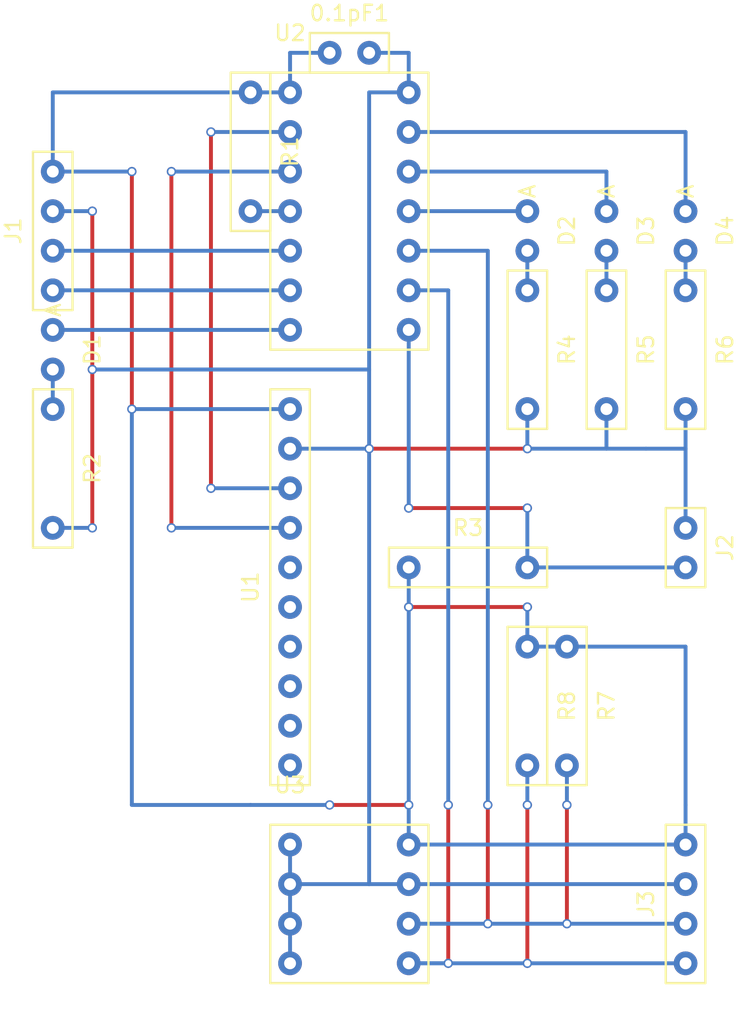
<source format=kicad_pcb>
(kicad_pcb (version 4) (host pcbnew 4.0.7)

  (general
    (links 44)
    (no_connects 0)
    (area 126.025 57.445 173.795 128.075)
    (thickness 1.6)
    (drawings 0)
    (tracks 118)
    (zones 0)
    (modules 19)
    (nets 25)
  )

  (page A4)
  (layers
    (0 F.Cu signal)
    (31 B.Cu signal)
    (32 B.Adhes user)
    (33 F.Adhes user)
    (34 B.Paste user)
    (35 F.Paste user)
    (36 B.SilkS user)
    (37 F.SilkS user)
    (38 B.Mask user)
    (39 F.Mask user)
    (40 Dwgs.User user)
    (41 Cmts.User user)
    (42 Eco1.User user)
    (43 Eco2.User user)
    (44 Edge.Cuts user)
    (45 Margin user)
    (46 B.CrtYd user)
    (47 F.CrtYd user)
    (48 B.Fab user)
    (49 F.Fab user)
  )

  (setup
    (last_trace_width 0.25)
    (trace_clearance 0.2)
    (zone_clearance 0.508)
    (zone_45_only no)
    (trace_min 0.2)
    (segment_width 0.2)
    (edge_width 0.1)
    (via_size 0.6)
    (via_drill 0.4)
    (via_min_size 0.4)
    (via_min_drill 0.3)
    (uvia_size 0.3)
    (uvia_drill 0.1)
    (uvias_allowed no)
    (uvia_min_size 0.2)
    (uvia_min_drill 0.1)
    (pcb_text_width 0.3)
    (pcb_text_size 1.5 1.5)
    (mod_edge_width 0.15)
    (mod_text_size 1 1)
    (mod_text_width 0.15)
    (pad_size 1.5 1.5)
    (pad_drill 0.6)
    (pad_to_mask_clearance 0)
    (aux_axis_origin 0 0)
    (visible_elements 7FFFFFFF)
    (pcbplotparams
      (layerselection 0x00030_80000001)
      (usegerberextensions false)
      (excludeedgelayer true)
      (linewidth 0.100000)
      (plotframeref false)
      (viasonmask false)
      (mode 1)
      (useauxorigin false)
      (hpglpennumber 1)
      (hpglpenspeed 20)
      (hpglpendiameter 15)
      (hpglpenoverlay 2)
      (psnegative false)
      (psa4output false)
      (plotreference true)
      (plotvalue true)
      (plotinvisibletext false)
      (padsonsilk false)
      (subtractmaskfromsilk false)
      (outputformat 1)
      (mirror false)
      (drillshape 1)
      (scaleselection 1)
      (outputdirectory ""))
  )

  (net 0 "")
  (net 1 GND)
  (net 2 +5V)
  (net 3 "Net-(D1-Pad1)")
  (net 4 "Net-(D1-Pad2)")
  (net 5 "Net-(D2-Pad1)")
  (net 6 "Net-(D2-Pad2)")
  (net 7 "Net-(D3-Pad1)")
  (net 8 "Net-(D3-Pad2)")
  (net 9 "Net-(D4-Pad1)")
  (net 10 "Net-(D4-Pad2)")
  (net 11 "Net-(J1-Pad3)")
  (net 12 "Net-(J1-Pad4)")
  (net 13 "Net-(J2-Pad1)")
  (net 14 "Net-(J3-Pad3)")
  (net 15 "Net-(J3-Pad4)")
  (net 16 "Net-(R1-Pad2)")
  (net 17 "Net-(U1-Pad3)")
  (net 18 "Net-(U1-Pad4)")
  (net 19 "Net-(U1-Pad5)")
  (net 20 "Net-(U1-Pad6)")
  (net 21 "Net-(U1-Pad7)")
  (net 22 "Net-(U1-Pad8)")
  (net 23 "Net-(U1-Pad9)")
  (net 24 "Net-(U1-Pad10)")

  (net_class Default "This is the default net class."
    (clearance 0.2)
    (trace_width 0.25)
    (via_dia 0.6)
    (via_drill 0.4)
    (uvia_dia 0.3)
    (uvia_drill 0.1)
    (add_net +5V)
    (add_net GND)
    (add_net "Net-(D1-Pad1)")
    (add_net "Net-(D1-Pad2)")
    (add_net "Net-(D2-Pad1)")
    (add_net "Net-(D2-Pad2)")
    (add_net "Net-(D3-Pad1)")
    (add_net "Net-(D3-Pad2)")
    (add_net "Net-(D4-Pad1)")
    (add_net "Net-(D4-Pad2)")
    (add_net "Net-(J1-Pad3)")
    (add_net "Net-(J1-Pad4)")
    (add_net "Net-(J2-Pad1)")
    (add_net "Net-(J3-Pad3)")
    (add_net "Net-(J3-Pad4)")
    (add_net "Net-(R1-Pad2)")
    (add_net "Net-(U1-Pad10)")
    (add_net "Net-(U1-Pad3)")
    (add_net "Net-(U1-Pad4)")
    (add_net "Net-(U1-Pad5)")
    (add_net "Net-(U1-Pad6)")
    (add_net "Net-(U1-Pad7)")
    (add_net "Net-(U1-Pad8)")
    (add_net "Net-(U1-Pad9)")
  )

  (module pic16f1:ic-pinsocket-14pins (layer F.Cu) (tedit 5AC46BA4) (tstamp 5B6C2FBB)
    (at 148.59 71.12)
    (path /5B531F88)
    (fp_text reference U2 (at -3.81 -11.43) (layer F.SilkS)
      (effects (font (size 1 1) (thickness 0.15)))
    )
    (fp_text value pic16f18326 (at 0 -10.16) (layer F.Fab)
      (effects (font (size 1 1) (thickness 0.15)))
    )
    (fp_line (start -5.08 -8.89) (end 5.08 -8.89) (layer F.SilkS) (width 0.15))
    (fp_line (start 5.08 -8.89) (end 5.08 8.89) (layer F.SilkS) (width 0.15))
    (fp_line (start 5.08 8.89) (end -5.08 8.89) (layer F.SilkS) (width 0.15))
    (fp_line (start -5.08 8.89) (end -5.08 -8.89) (layer F.SilkS) (width 0.15))
    (pad 1 thru_hole circle (at -3.81 -7.62) (size 1.524 1.524) (drill 0.762) (layers *.Cu *.Mask)
      (net 2 +5V))
    (pad 14 thru_hole circle (at 3.81 -7.62) (size 1.524 1.524) (drill 0.762) (layers *.Cu *.Mask)
      (net 1 GND))
    (pad 2 thru_hole circle (at -3.81 -5.08) (size 1.524 1.524) (drill 0.762) (layers *.Cu *.Mask)
      (net 17 "Net-(U1-Pad3)"))
    (pad 13 thru_hole circle (at 3.81 -5.08) (size 1.524 1.524) (drill 0.762) (layers *.Cu *.Mask)
      (net 10 "Net-(D4-Pad2)"))
    (pad 3 thru_hole circle (at -3.81 -2.54) (size 1.524 1.524) (drill 0.762) (layers *.Cu *.Mask)
      (net 18 "Net-(U1-Pad4)"))
    (pad 12 thru_hole circle (at 3.81 -2.54) (size 1.524 1.524) (drill 0.762) (layers *.Cu *.Mask)
      (net 8 "Net-(D3-Pad2)"))
    (pad 4 thru_hole circle (at -3.81 0) (size 1.524 1.524) (drill 0.762) (layers *.Cu *.Mask)
      (net 16 "Net-(R1-Pad2)"))
    (pad 11 thru_hole circle (at 3.81 0) (size 1.524 1.524) (drill 0.762) (layers *.Cu *.Mask)
      (net 6 "Net-(D2-Pad2)"))
    (pad 5 thru_hole circle (at -3.81 2.54) (size 1.524 1.524) (drill 0.762) (layers *.Cu *.Mask)
      (net 11 "Net-(J1-Pad3)"))
    (pad 10 thru_hole circle (at 3.81 2.54) (size 1.524 1.524) (drill 0.762) (layers *.Cu *.Mask)
      (net 14 "Net-(J3-Pad3)"))
    (pad 6 thru_hole circle (at -3.81 5.08) (size 1.524 1.524) (drill 0.762) (layers *.Cu *.Mask)
      (net 12 "Net-(J1-Pad4)"))
    (pad 9 thru_hole circle (at 3.81 5.08) (size 1.524 1.524) (drill 0.762) (layers *.Cu *.Mask)
      (net 15 "Net-(J3-Pad4)"))
    (pad 7 thru_hole circle (at -3.81 7.62) (size 1.524 1.524) (drill 0.762) (layers *.Cu *.Mask)
      (net 4 "Net-(D1-Pad2)"))
    (pad 8 thru_hole circle (at 3.81 7.62) (size 1.524 1.524) (drill 0.762) (layers *.Cu *.Mask)
      (net 13 "Net-(J2-Pad1)"))
  )

  (module pic16f1:Capacitor (layer F.Cu) (tedit 5B459378) (tstamp 5B6C2F05)
    (at 148.59 60.96 180)
    (path /5B534BA1)
    (fp_text reference 0.1pF1 (at 0 2.54 180) (layer F.SilkS)
      (effects (font (size 1 1) (thickness 0.15)))
    )
    (fp_text value C_Small (at 0 -2.54 180) (layer F.Fab)
      (effects (font (size 1 1) (thickness 0.15)))
    )
    (fp_line (start -2.54 -1.27) (end -2.54 1.27) (layer F.SilkS) (width 0.15))
    (fp_line (start -2.54 1.27) (end 2.54 1.27) (layer F.SilkS) (width 0.15))
    (fp_line (start 2.54 1.27) (end 2.54 -1.27) (layer F.SilkS) (width 0.15))
    (fp_line (start 2.54 -1.27) (end -2.54 -1.27) (layer F.SilkS) (width 0.15))
    (pad 1 thru_hole circle (at -1.27 0 180) (size 1.524 1.524) (drill 0.762) (layers *.Cu *.Mask)
      (net 1 GND))
    (pad 2 thru_hole circle (at 1.27 0 180) (size 1.524 1.524) (drill 0.762) (layers *.Cu *.Mask)
      (net 2 +5V))
  )

  (module pic16f1:LED (layer F.Cu) (tedit 5B458FF7) (tstamp 5B6C2F0C)
    (at 129.54 80.01 90)
    (path /5B533E19)
    (fp_text reference D1 (at 0 2.54 90) (layer F.SilkS)
      (effects (font (size 1 1) (thickness 0.15)))
    )
    (fp_text value LED (at 0 -2.54 90) (layer F.Fab)
      (effects (font (size 1 1) (thickness 0.15)))
    )
    (fp_text user A (at 2.54 0 90) (layer F.SilkS)
      (effects (font (size 1 1) (thickness 0.15)))
    )
    (pad 1 thru_hole circle (at -1.27 0 90) (size 1.524 1.524) (drill 0.762) (layers *.Cu *.Mask)
      (net 3 "Net-(D1-Pad1)"))
    (pad 2 thru_hole circle (at 1.27 0 90) (size 1.524 1.524) (drill 0.762) (layers *.Cu *.Mask)
      (net 4 "Net-(D1-Pad2)"))
  )

  (module pic16f1:LED (layer F.Cu) (tedit 5B458FF7) (tstamp 5B6C2F13)
    (at 160.02 72.39 90)
    (path /5B53F757)
    (fp_text reference D2 (at 0 2.54 90) (layer F.SilkS)
      (effects (font (size 1 1) (thickness 0.15)))
    )
    (fp_text value LED (at 0 -2.54 90) (layer F.Fab)
      (effects (font (size 1 1) (thickness 0.15)))
    )
    (fp_text user A (at 2.54 0 90) (layer F.SilkS)
      (effects (font (size 1 1) (thickness 0.15)))
    )
    (pad 1 thru_hole circle (at -1.27 0 90) (size 1.524 1.524) (drill 0.762) (layers *.Cu *.Mask)
      (net 5 "Net-(D2-Pad1)"))
    (pad 2 thru_hole circle (at 1.27 0 90) (size 1.524 1.524) (drill 0.762) (layers *.Cu *.Mask)
      (net 6 "Net-(D2-Pad2)"))
  )

  (module pic16f1:LED (layer F.Cu) (tedit 5B458FF7) (tstamp 5B6C2F1A)
    (at 165.1 72.39 90)
    (path /5B53F790)
    (fp_text reference D3 (at 0 2.54 90) (layer F.SilkS)
      (effects (font (size 1 1) (thickness 0.15)))
    )
    (fp_text value LED (at 0 -2.54 90) (layer F.Fab)
      (effects (font (size 1 1) (thickness 0.15)))
    )
    (fp_text user A (at 2.54 0 90) (layer F.SilkS)
      (effects (font (size 1 1) (thickness 0.15)))
    )
    (pad 1 thru_hole circle (at -1.27 0 90) (size 1.524 1.524) (drill 0.762) (layers *.Cu *.Mask)
      (net 7 "Net-(D3-Pad1)"))
    (pad 2 thru_hole circle (at 1.27 0 90) (size 1.524 1.524) (drill 0.762) (layers *.Cu *.Mask)
      (net 8 "Net-(D3-Pad2)"))
  )

  (module pic16f1:LED (layer F.Cu) (tedit 5B458FF7) (tstamp 5B6C2F21)
    (at 170.18 72.39 90)
    (path /5B53F7CB)
    (fp_text reference D4 (at 0 2.54 90) (layer F.SilkS)
      (effects (font (size 1 1) (thickness 0.15)))
    )
    (fp_text value LED (at 0 -2.54 90) (layer F.Fab)
      (effects (font (size 1 1) (thickness 0.15)))
    )
    (fp_text user A (at 2.54 0 90) (layer F.SilkS)
      (effects (font (size 1 1) (thickness 0.15)))
    )
    (pad 1 thru_hole circle (at -1.27 0 90) (size 1.524 1.524) (drill 0.762) (layers *.Cu *.Mask)
      (net 9 "Net-(D4-Pad1)"))
    (pad 2 thru_hole circle (at 1.27 0 90) (size 1.524 1.524) (drill 0.762) (layers *.Cu *.Mask)
      (net 10 "Net-(D4-Pad2)"))
  )

  (module pic16f1:pin-socket-4p (layer F.Cu) (tedit 5B668240) (tstamp 5B6C2F2D)
    (at 129.54 72.39 270)
    (path /5B667D0B)
    (fp_text reference J1 (at 0 2.54 270) (layer F.SilkS)
      (effects (font (size 1 1) (thickness 0.15)))
    )
    (fp_text value Conn_01x04_Female (at 0 -2.54 270) (layer F.Fab)
      (effects (font (size 1 1) (thickness 0.15)))
    )
    (fp_line (start -5.08 -1.27) (end -5.08 1.27) (layer F.SilkS) (width 0.15))
    (fp_line (start -5.08 1.27) (end 5.08 1.27) (layer F.SilkS) (width 0.15))
    (fp_line (start 5.08 1.27) (end 5.08 -1.27) (layer F.SilkS) (width 0.15))
    (fp_line (start 5.08 -1.27) (end -5.08 -1.27) (layer F.SilkS) (width 0.15))
    (pad 1 thru_hole circle (at -3.81 0 270) (size 1.524 1.524) (drill 0.762) (layers *.Cu *.Mask)
      (net 2 +5V))
    (pad 2 thru_hole circle (at -1.27 0 270) (size 1.524 1.524) (drill 0.762) (layers *.Cu *.Mask)
      (net 1 GND))
    (pad 3 thru_hole circle (at 1.27 0 270) (size 1.524 1.524) (drill 0.762) (layers *.Cu *.Mask)
      (net 11 "Net-(J1-Pad3)"))
    (pad 4 thru_hole circle (at 3.81 0 270) (size 1.524 1.524) (drill 0.762) (layers *.Cu *.Mask)
      (net 12 "Net-(J1-Pad4)"))
  )

  (module "pic16f1:Pin Header 2P" (layer F.Cu) (tedit 5B45930D) (tstamp 5B6C2F37)
    (at 170.18 92.71 90)
    (path /5B669248)
    (fp_text reference J2 (at 0 2.54 90) (layer F.SilkS)
      (effects (font (size 1 1) (thickness 0.15)))
    )
    (fp_text value Conn_01x02_Male (at 0 -2.54 90) (layer F.Fab)
      (effects (font (size 1 1) (thickness 0.15)))
    )
    (fp_line (start -2.54 -1.27) (end -2.54 1.27) (layer F.SilkS) (width 0.15))
    (fp_line (start -2.54 1.27) (end 2.54 1.27) (layer F.SilkS) (width 0.15))
    (fp_line (start 2.54 1.27) (end 2.54 -1.27) (layer F.SilkS) (width 0.15))
    (fp_line (start 2.54 -1.27) (end -2.54 -1.27) (layer F.SilkS) (width 0.15))
    (pad 1 thru_hole circle (at -1.27 0 90) (size 1.524 1.524) (drill 0.762) (layers *.Cu *.Mask)
      (net 13 "Net-(J2-Pad1)"))
    (pad 2 thru_hole circle (at 1.27 0 90) (size 1.524 1.524) (drill 0.762) (layers *.Cu *.Mask)
      (net 1 GND))
  )

  (module pic16f1:pin-socket-4p (layer F.Cu) (tedit 5B668240) (tstamp 5B6C2F43)
    (at 170.18 115.57 270)
    (path /5B66822E)
    (fp_text reference J3 (at 0 2.54 270) (layer F.SilkS)
      (effects (font (size 1 1) (thickness 0.15)))
    )
    (fp_text value Conn_01x04_Female (at 0 -2.54 270) (layer F.Fab)
      (effects (font (size 1 1) (thickness 0.15)))
    )
    (fp_line (start -5.08 -1.27) (end -5.08 1.27) (layer F.SilkS) (width 0.15))
    (fp_line (start -5.08 1.27) (end 5.08 1.27) (layer F.SilkS) (width 0.15))
    (fp_line (start 5.08 1.27) (end 5.08 -1.27) (layer F.SilkS) (width 0.15))
    (fp_line (start 5.08 -1.27) (end -5.08 -1.27) (layer F.SilkS) (width 0.15))
    (pad 1 thru_hole circle (at -3.81 0 270) (size 1.524 1.524) (drill 0.762) (layers *.Cu *.Mask)
      (net 2 +5V))
    (pad 2 thru_hole circle (at -1.27 0 270) (size 1.524 1.524) (drill 0.762) (layers *.Cu *.Mask)
      (net 1 GND))
    (pad 3 thru_hole circle (at 1.27 0 270) (size 1.524 1.524) (drill 0.762) (layers *.Cu *.Mask)
      (net 14 "Net-(J3-Pad3)"))
    (pad 4 thru_hole circle (at 3.81 0 270) (size 1.524 1.524) (drill 0.762) (layers *.Cu *.Mask)
      (net 15 "Net-(J3-Pad4)"))
  )

  (module pic16f1:Register (layer F.Cu) (tedit 5B472301) (tstamp 5B6C2F4D)
    (at 142.24 67.31 270)
    (path /5B53AB68)
    (fp_text reference R1 (at 0 -2.54 270) (layer F.SilkS)
      (effects (font (size 1 1) (thickness 0.15)))
    )
    (fp_text value 51k (at 0 2.54 270) (layer F.Fab)
      (effects (font (size 1 1) (thickness 0.15)))
    )
    (fp_line (start -5.08 -1.27) (end 5.08 -1.27) (layer F.SilkS) (width 0.15))
    (fp_line (start -5.08 -1.27) (end -5.08 1.27) (layer F.SilkS) (width 0.15))
    (fp_line (start -5.08 1.27) (end 5.08 1.27) (layer F.SilkS) (width 0.15))
    (fp_line (start 5.08 1.27) (end 5.08 -1.27) (layer F.SilkS) (width 0.15))
    (pad 1 thru_hole circle (at -3.81 0 270) (size 1.524 1.524) (drill 0.762) (layers *.Cu *.Mask)
      (net 2 +5V))
    (pad 2 thru_hole circle (at 3.81 0 270) (size 1.524 1.524) (drill 0.762) (layers *.Cu *.Mask)
      (net 16 "Net-(R1-Pad2)"))
  )

  (module pic16f1:Register (layer F.Cu) (tedit 5B472301) (tstamp 5B6C2F57)
    (at 129.54 87.63 270)
    (path /5B533F63)
    (fp_text reference R2 (at 0 -2.54 270) (layer F.SilkS)
      (effects (font (size 1 1) (thickness 0.15)))
    )
    (fp_text value 1k (at 0 2.54 270) (layer F.Fab)
      (effects (font (size 1 1) (thickness 0.15)))
    )
    (fp_line (start -5.08 -1.27) (end 5.08 -1.27) (layer F.SilkS) (width 0.15))
    (fp_line (start -5.08 -1.27) (end -5.08 1.27) (layer F.SilkS) (width 0.15))
    (fp_line (start -5.08 1.27) (end 5.08 1.27) (layer F.SilkS) (width 0.15))
    (fp_line (start 5.08 1.27) (end 5.08 -1.27) (layer F.SilkS) (width 0.15))
    (pad 1 thru_hole circle (at -3.81 0 270) (size 1.524 1.524) (drill 0.762) (layers *.Cu *.Mask)
      (net 3 "Net-(D1-Pad1)"))
    (pad 2 thru_hole circle (at 3.81 0 270) (size 1.524 1.524) (drill 0.762) (layers *.Cu *.Mask)
      (net 1 GND))
  )

  (module pic16f1:Register (layer F.Cu) (tedit 5B472301) (tstamp 5B6C2F61)
    (at 156.21 93.98)
    (path /5B53B926)
    (fp_text reference R3 (at 0 -2.54) (layer F.SilkS)
      (effects (font (size 1 1) (thickness 0.15)))
    )
    (fp_text value 10k (at 0 2.54) (layer F.Fab)
      (effects (font (size 1 1) (thickness 0.15)))
    )
    (fp_line (start -5.08 -1.27) (end 5.08 -1.27) (layer F.SilkS) (width 0.15))
    (fp_line (start -5.08 -1.27) (end -5.08 1.27) (layer F.SilkS) (width 0.15))
    (fp_line (start -5.08 1.27) (end 5.08 1.27) (layer F.SilkS) (width 0.15))
    (fp_line (start 5.08 1.27) (end 5.08 -1.27) (layer F.SilkS) (width 0.15))
    (pad 1 thru_hole circle (at -3.81 0) (size 1.524 1.524) (drill 0.762) (layers *.Cu *.Mask)
      (net 2 +5V))
    (pad 2 thru_hole circle (at 3.81 0) (size 1.524 1.524) (drill 0.762) (layers *.Cu *.Mask)
      (net 13 "Net-(J2-Pad1)"))
  )

  (module pic16f1:Register (layer F.Cu) (tedit 5B472301) (tstamp 5B6C2F6B)
    (at 160.02 80.01 270)
    (path /5B53F808)
    (fp_text reference R4 (at 0 -2.54 270) (layer F.SilkS)
      (effects (font (size 1 1) (thickness 0.15)))
    )
    (fp_text value 1k (at 0 2.54 270) (layer F.Fab)
      (effects (font (size 1 1) (thickness 0.15)))
    )
    (fp_line (start -5.08 -1.27) (end 5.08 -1.27) (layer F.SilkS) (width 0.15))
    (fp_line (start -5.08 -1.27) (end -5.08 1.27) (layer F.SilkS) (width 0.15))
    (fp_line (start -5.08 1.27) (end 5.08 1.27) (layer F.SilkS) (width 0.15))
    (fp_line (start 5.08 1.27) (end 5.08 -1.27) (layer F.SilkS) (width 0.15))
    (pad 1 thru_hole circle (at -3.81 0 270) (size 1.524 1.524) (drill 0.762) (layers *.Cu *.Mask)
      (net 5 "Net-(D2-Pad1)"))
    (pad 2 thru_hole circle (at 3.81 0 270) (size 1.524 1.524) (drill 0.762) (layers *.Cu *.Mask)
      (net 1 GND))
  )

  (module pic16f1:Register (layer F.Cu) (tedit 5B472301) (tstamp 5B6C2F75)
    (at 165.1 80.01 270)
    (path /5B53F875)
    (fp_text reference R5 (at 0 -2.54 270) (layer F.SilkS)
      (effects (font (size 1 1) (thickness 0.15)))
    )
    (fp_text value 1k (at 0 2.54 270) (layer F.Fab)
      (effects (font (size 1 1) (thickness 0.15)))
    )
    (fp_line (start -5.08 -1.27) (end 5.08 -1.27) (layer F.SilkS) (width 0.15))
    (fp_line (start -5.08 -1.27) (end -5.08 1.27) (layer F.SilkS) (width 0.15))
    (fp_line (start -5.08 1.27) (end 5.08 1.27) (layer F.SilkS) (width 0.15))
    (fp_line (start 5.08 1.27) (end 5.08 -1.27) (layer F.SilkS) (width 0.15))
    (pad 1 thru_hole circle (at -3.81 0 270) (size 1.524 1.524) (drill 0.762) (layers *.Cu *.Mask)
      (net 7 "Net-(D3-Pad1)"))
    (pad 2 thru_hole circle (at 3.81 0 270) (size 1.524 1.524) (drill 0.762) (layers *.Cu *.Mask)
      (net 1 GND))
  )

  (module pic16f1:Register (layer F.Cu) (tedit 5B472301) (tstamp 5B6C2F7F)
    (at 170.18 80.01 270)
    (path /5B53F8B4)
    (fp_text reference R6 (at 0 -2.54 270) (layer F.SilkS)
      (effects (font (size 1 1) (thickness 0.15)))
    )
    (fp_text value 1k (at 0 2.54 270) (layer F.Fab)
      (effects (font (size 1 1) (thickness 0.15)))
    )
    (fp_line (start -5.08 -1.27) (end 5.08 -1.27) (layer F.SilkS) (width 0.15))
    (fp_line (start -5.08 -1.27) (end -5.08 1.27) (layer F.SilkS) (width 0.15))
    (fp_line (start -5.08 1.27) (end 5.08 1.27) (layer F.SilkS) (width 0.15))
    (fp_line (start 5.08 1.27) (end 5.08 -1.27) (layer F.SilkS) (width 0.15))
    (pad 1 thru_hole circle (at -3.81 0 270) (size 1.524 1.524) (drill 0.762) (layers *.Cu *.Mask)
      (net 9 "Net-(D4-Pad1)"))
    (pad 2 thru_hole circle (at 3.81 0 270) (size 1.524 1.524) (drill 0.762) (layers *.Cu *.Mask)
      (net 1 GND))
  )

  (module pic16f1:Register (layer F.Cu) (tedit 5B472301) (tstamp 5B6C2F89)
    (at 162.56 102.87 270)
    (path /5B56667D)
    (fp_text reference R7 (at 0 -2.54 270) (layer F.SilkS)
      (effects (font (size 1 1) (thickness 0.15)))
    )
    (fp_text value 10k (at 0 2.54 270) (layer F.Fab)
      (effects (font (size 1 1) (thickness 0.15)))
    )
    (fp_line (start -5.08 -1.27) (end 5.08 -1.27) (layer F.SilkS) (width 0.15))
    (fp_line (start -5.08 -1.27) (end -5.08 1.27) (layer F.SilkS) (width 0.15))
    (fp_line (start -5.08 1.27) (end 5.08 1.27) (layer F.SilkS) (width 0.15))
    (fp_line (start 5.08 1.27) (end 5.08 -1.27) (layer F.SilkS) (width 0.15))
    (pad 1 thru_hole circle (at -3.81 0 270) (size 1.524 1.524) (drill 0.762) (layers *.Cu *.Mask)
      (net 2 +5V))
    (pad 2 thru_hole circle (at 3.81 0 270) (size 1.524 1.524) (drill 0.762) (layers *.Cu *.Mask)
      (net 14 "Net-(J3-Pad3)"))
  )

  (module pic16f1:Register (layer F.Cu) (tedit 5B472301) (tstamp 5B6C2F93)
    (at 160.02 102.87 270)
    (path /5B5666DA)
    (fp_text reference R8 (at 0 -2.54 270) (layer F.SilkS)
      (effects (font (size 1 1) (thickness 0.15)))
    )
    (fp_text value 10k (at 0 2.54 270) (layer F.Fab)
      (effects (font (size 1 1) (thickness 0.15)))
    )
    (fp_line (start -5.08 -1.27) (end 5.08 -1.27) (layer F.SilkS) (width 0.15))
    (fp_line (start -5.08 -1.27) (end -5.08 1.27) (layer F.SilkS) (width 0.15))
    (fp_line (start -5.08 1.27) (end 5.08 1.27) (layer F.SilkS) (width 0.15))
    (fp_line (start 5.08 1.27) (end 5.08 -1.27) (layer F.SilkS) (width 0.15))
    (pad 1 thru_hole circle (at -3.81 0 270) (size 1.524 1.524) (drill 0.762) (layers *.Cu *.Mask)
      (net 2 +5V))
    (pad 2 thru_hole circle (at 3.81 0 270) (size 1.524 1.524) (drill 0.762) (layers *.Cu *.Mask)
      (net 15 "Net-(J3-Pad4)"))
  )

  (module pic16f1:pin_socket_10P (layer F.Cu) (tedit 5B668128) (tstamp 5B6C2FA5)
    (at 144.78 95.25 270)
    (path /5B532081)
    (fp_text reference U1 (at 0 2.54 270) (layer F.SilkS)
      (effects (font (size 1 1) (thickness 0.15)))
    )
    (fp_text value MPU9250 (at 0 -2.54 270) (layer F.Fab)
      (effects (font (size 1 1) (thickness 0.15)))
    )
    (fp_line (start -12.7 -1.27) (end -12.7 1.27) (layer F.SilkS) (width 0.15))
    (fp_line (start -12.7 1.27) (end 12.7 1.27) (layer F.SilkS) (width 0.15))
    (fp_line (start 12.7 1.27) (end 12.7 -1.27) (layer F.SilkS) (width 0.15))
    (fp_line (start 12.7 -1.27) (end -12.7 -1.27) (layer F.SilkS) (width 0.15))
    (pad 1 thru_hole circle (at -11.43 0 270) (size 1.524 1.524) (drill 0.762) (layers *.Cu *.Mask)
      (net 2 +5V))
    (pad 2 thru_hole circle (at -8.89 0 270) (size 1.524 1.524) (drill 0.762) (layers *.Cu *.Mask)
      (net 1 GND))
    (pad 3 thru_hole circle (at -6.35 0 270) (size 1.524 1.524) (drill 0.762) (layers *.Cu *.Mask)
      (net 17 "Net-(U1-Pad3)"))
    (pad 4 thru_hole circle (at -3.81 0 270) (size 1.524 1.524) (drill 0.762) (layers *.Cu *.Mask)
      (net 18 "Net-(U1-Pad4)"))
    (pad 5 thru_hole circle (at -1.27 0 270) (size 1.524 1.524) (drill 0.762) (layers *.Cu *.Mask)
      (net 19 "Net-(U1-Pad5)"))
    (pad 6 thru_hole circle (at 1.27 0 270) (size 1.524 1.524) (drill 0.762) (layers *.Cu *.Mask)
      (net 20 "Net-(U1-Pad6)"))
    (pad 7 thru_hole circle (at 3.81 0 270) (size 1.524 1.524) (drill 0.762) (layers *.Cu *.Mask)
      (net 21 "Net-(U1-Pad7)"))
    (pad 8 thru_hole circle (at 6.35 0 270) (size 1.524 1.524) (drill 0.762) (layers *.Cu *.Mask)
      (net 22 "Net-(U1-Pad8)"))
    (pad 9 thru_hole circle (at 8.89 0 270) (size 1.524 1.524) (drill 0.762) (layers *.Cu *.Mask)
      (net 23 "Net-(U1-Pad9)"))
    (pad 10 thru_hole circle (at 11.43 0 270) (size 1.524 1.524) (drill 0.762) (layers *.Cu *.Mask)
      (net 24 "Net-(U1-Pad10)"))
  )

  (module pic16f1:ic-pinsocket-8pins (layer F.Cu) (tedit 5B66EBF9) (tstamp 5B6C2FCB)
    (at 148.59 115.57)
    (path /5B532054)
    (fp_text reference U3 (at -3.81 -7.62) (layer F.SilkS)
      (effects (font (size 1 1) (thickness 0.15)))
    )
    (fp_text value EEPROM (at 0 -6.35) (layer F.Fab)
      (effects (font (size 1 1) (thickness 0.15)))
    )
    (fp_line (start -5.08 -5.08) (end -5.08 5.08) (layer F.SilkS) (width 0.15))
    (fp_line (start 5.08 -5.08) (end 5.08 5.08) (layer F.SilkS) (width 0.15))
    (fp_line (start -5.08 -5.08) (end 5.08 -5.08) (layer F.SilkS) (width 0.15))
    (fp_line (start 5.08 5.08) (end -5.08 5.08) (layer F.SilkS) (width 0.15))
    (pad 1 thru_hole circle (at -3.81 -3.81) (size 1.524 1.524) (drill 0.762) (layers *.Cu *.Mask)
      (net 1 GND))
    (pad 8 thru_hole circle (at 3.81 -3.81) (size 1.524 1.524) (drill 0.762) (layers *.Cu *.Mask)
      (net 2 +5V))
    (pad 2 thru_hole circle (at -3.81 -1.27) (size 1.524 1.524) (drill 0.762) (layers *.Cu *.Mask)
      (net 1 GND))
    (pad 7 thru_hole circle (at 3.81 -1.27) (size 1.524 1.524) (drill 0.762) (layers *.Cu *.Mask)
      (net 1 GND))
    (pad 3 thru_hole circle (at -3.81 1.27) (size 1.524 1.524) (drill 0.762) (layers *.Cu *.Mask)
      (net 1 GND))
    (pad 6 thru_hole circle (at 3.81 1.27) (size 1.524 1.524) (drill 0.762) (layers *.Cu *.Mask)
      (net 14 "Net-(J3-Pad3)"))
    (pad 4 thru_hole circle (at -3.81 3.81) (size 1.524 1.524) (drill 0.762) (layers *.Cu *.Mask)
      (net 1 GND))
    (pad 5 thru_hole circle (at 3.81 3.81) (size 1.524 1.524) (drill 0.762) (layers *.Cu *.Mask)
      (net 15 "Net-(J3-Pad4)"))
  )

  (segment (start 132.08 71.12) (end 129.54 71.12) (width 0.25) (layer B.Cu) (net 1) (tstamp 5B6CB7A3) (status 20))
  (via (at 132.08 71.12) (size 0.6) (drill 0.4) (layers F.Cu B.Cu) (net 1))
  (segment (start 132.08 81.28) (end 132.08 71.12) (width 0.25) (layer F.Cu) (net 1) (tstamp 5B6CBBFA))
  (segment (start 132.08 91.44) (end 132.08 81.28) (width 0.25) (layer F.Cu) (net 1) (tstamp 5B6CB7A0))
  (via (at 132.08 81.28) (size 0.6) (drill 0.4) (layers F.Cu B.Cu) (net 1))
  (via (at 132.08 91.44) (size 0.6) (drill 0.4) (layers F.Cu B.Cu) (net 1))
  (segment (start 132.08 81.28) (end 149.86 81.28) (width 0.25) (layer B.Cu) (net 1))
  (segment (start 144.78 114.3) (end 149.86 114.3) (width 0.25) (layer B.Cu) (net 1))
  (segment (start 170.18 91.44) (end 170.18 86.36) (width 0.25) (layer B.Cu) (net 1))
  (segment (start 152.4 114.3) (end 170.18 114.3) (width 0.25) (layer B.Cu) (net 1))
  (segment (start 132.08 91.44) (end 132.08 91.44) (width 0.25) (layer B.Cu) (net 1))
  (segment (start 132.08 91.44) (end 129.54 91.44) (width 0.25) (layer B.Cu) (net 1) (tstamp 5B6CBBAF) (status 20))
  (segment (start 149.86 86.36) (end 149.86 114.3) (width 0.25) (layer B.Cu) (net 1))
  (segment (start 152.4 63.5) (end 149.86 63.5) (width 0.25) (layer B.Cu) (net 1))
  (segment (start 149.86 63.5) (end 149.86 81.28) (width 0.25) (layer B.Cu) (net 1) (tstamp 5B6CA5A8))
  (segment (start 149.86 81.28) (end 149.86 86.36) (width 0.25) (layer B.Cu) (net 1) (tstamp 5B6CBBF3))
  (segment (start 160.02 83.82) (end 160.02 86.36) (width 0.25) (layer B.Cu) (net 1))
  (segment (start 165.1 83.82) (end 165.1 86.36) (width 0.25) (layer B.Cu) (net 1))
  (segment (start 149.86 86.36) (end 149.86 86.36) (width 0.25) (layer B.Cu) (net 1))
  (segment (start 170.18 86.36) (end 170.18 83.82) (width 0.25) (layer B.Cu) (net 1) (tstamp 5B6CAE99))
  (segment (start 167.64 86.36) (end 170.18 86.36) (width 0.25) (layer B.Cu) (net 1) (tstamp 5B6CB3F2))
  (segment (start 160.02 86.36) (end 165.1 86.36) (width 0.25) (layer B.Cu) (net 1) (tstamp 5B6CAE98))
  (segment (start 165.1 86.36) (end 167.64 86.36) (width 0.25) (layer B.Cu) (net 1) (tstamp 5B6CAEA2))
  (via (at 160.02 86.36) (size 0.6) (drill 0.4) (layers F.Cu B.Cu) (net 1))
  (via (at 149.86 86.36) (size 0.6) (drill 0.4) (layers F.Cu B.Cu) (net 1))
  (segment (start 149.86 86.36) (end 160.02 86.36) (width 0.25) (layer F.Cu) (net 1) (tstamp 5B6CAE95))
  (segment (start 149.86 114.3) (end 152.4 114.3) (width 0.25) (layer B.Cu) (net 1) (tstamp 5B6CBB20))
  (segment (start 144.78 111.76) (end 144.78 114.3) (width 0.25) (layer B.Cu) (net 1))
  (segment (start 144.78 114.3) (end 144.78 116.84) (width 0.25) (layer B.Cu) (net 1) (tstamp 5B6CA9D6))
  (segment (start 144.78 116.84) (end 144.78 119.38) (width 0.25) (layer B.Cu) (net 1) (tstamp 5B6CA9D9))
  (segment (start 149.86 60.96) (end 152.4 60.96) (width 0.25) (layer B.Cu) (net 1))
  (segment (start 152.4 60.96) (end 152.4 63.5) (width 0.25) (layer B.Cu) (net 1) (tstamp 5B6CA5BF))
  (segment (start 144.78 86.36) (end 149.86 86.36) (width 0.25) (layer B.Cu) (net 1))
  (segment (start 129.54 68.58) (end 134.62 68.58) (width 0.25) (layer B.Cu) (net 2) (status 10))
  (via (at 134.62 68.58) (size 0.6) (drill 0.4) (layers F.Cu B.Cu) (net 2))
  (segment (start 134.62 68.58) (end 134.62 83.82) (width 0.25) (layer F.Cu) (net 2) (tstamp 5B6CB788))
  (via (at 134.62 83.82) (size 0.6) (drill 0.4) (layers F.Cu B.Cu) (net 2))
  (segment (start 142.24 63.5) (end 129.54 63.5) (width 0.25) (layer B.Cu) (net 2) (tstamp 5B6CA5F8))
  (segment (start 129.54 63.5) (end 129.54 68.58) (width 0.25) (layer B.Cu) (net 2) (tstamp 5B6CA5F9) (status 20))
  (segment (start 152.4 96.52) (end 160.02 96.52) (width 0.25) (layer F.Cu) (net 2))
  (via (at 160.02 96.52) (size 0.6) (drill 0.4) (layers F.Cu B.Cu) (net 2))
  (segment (start 160.02 96.52) (end 160.02 99.06) (width 0.25) (layer B.Cu) (net 2) (tstamp 5B6CBDF4))
  (via (at 152.4 96.52) (size 0.6) (drill 0.4) (layers F.Cu B.Cu) (net 2))
  (segment (start 152.4 93.98) (end 152.4 96.52) (width 0.25) (layer B.Cu) (net 2))
  (segment (start 152.4 96.52) (end 152.4 109.22) (width 0.25) (layer B.Cu) (net 2) (tstamp 5B6D30C0))
  (segment (start 134.62 83.82) (end 144.78 83.82) (width 0.25) (layer B.Cu) (net 2))
  (segment (start 134.62 109.22) (end 142.24 109.22) (width 0.25) (layer B.Cu) (net 2))
  (segment (start 134.62 83.82) (end 134.62 109.22) (width 0.25) (layer B.Cu) (net 2) (status 20))
  (via (at 152.4 109.22) (size 0.6) (drill 0.4) (layers F.Cu B.Cu) (net 2))
  (segment (start 147.32 109.22) (end 152.4 109.22) (width 0.25) (layer F.Cu) (net 2) (tstamp 5B6CC01A))
  (via (at 147.32 109.22) (size 0.6) (drill 0.4) (layers F.Cu B.Cu) (net 2))
  (segment (start 142.24 109.22) (end 147.32 109.22) (width 0.25) (layer B.Cu) (net 2) (tstamp 5B6CBFFC))
  (segment (start 142.24 109.22) (end 142.24 109.22) (width 0.25) (layer B.Cu) (net 2) (tstamp 5B6CBFF8))
  (segment (start 170.18 111.76) (end 170.18 109.22) (width 0.25) (layer B.Cu) (net 2))
  (segment (start 170.18 99.06) (end 162.56 99.06) (width 0.25) (layer B.Cu) (net 2) (tstamp 5B6CBE23))
  (segment (start 170.18 109.22) (end 170.18 99.06) (width 0.25) (layer B.Cu) (net 2) (tstamp 5B6CBE21))
  (segment (start 170.18 109.22) (end 170.18 109.22) (width 0.25) (layer B.Cu) (net 2) (tstamp 5B6CBE1F))
  (segment (start 162.56 99.06) (end 160.02 99.06) (width 0.25) (layer B.Cu) (net 2))
  (segment (start 152.4 111.76) (end 170.18 111.76) (width 0.25) (layer B.Cu) (net 2))
  (segment (start 152.4 111.76) (end 152.4 109.22) (width 0.25) (layer B.Cu) (net 2))
  (segment (start 147.32 60.96) (end 144.78 60.96) (width 0.25) (layer B.Cu) (net 2))
  (segment (start 144.78 60.96) (end 144.78 63.5) (width 0.25) (layer B.Cu) (net 2) (tstamp 5B6CA5F5))
  (segment (start 144.78 63.5) (end 142.24 63.5) (width 0.25) (layer B.Cu) (net 2) (tstamp 5B6CA5F7))
  (segment (start 129.54 81.28) (end 129.54 83.82) (width 0.25) (layer B.Cu) (net 3) (status 20))
  (segment (start 129.54 78.74) (end 144.78 78.74) (width 0.25) (layer B.Cu) (net 4) (status 10))
  (segment (start 160.02 73.66) (end 160.02 76.2) (width 0.25) (layer B.Cu) (net 5))
  (segment (start 152.4 71.12) (end 160.02 71.12) (width 0.25) (layer B.Cu) (net 6))
  (segment (start 165.1 73.66) (end 165.1 76.2) (width 0.25) (layer B.Cu) (net 7))
  (segment (start 152.4 68.58) (end 165.1 68.58) (width 0.25) (layer B.Cu) (net 8))
  (segment (start 165.1 68.58) (end 165.1 71.12) (width 0.25) (layer B.Cu) (net 8) (tstamp 5B6CAE12))
  (segment (start 170.18 73.66) (end 170.18 76.2) (width 0.25) (layer B.Cu) (net 9))
  (segment (start 152.4 66.04) (end 170.18 66.04) (width 0.25) (layer B.Cu) (net 10))
  (segment (start 170.18 66.04) (end 170.18 71.12) (width 0.25) (layer B.Cu) (net 10) (tstamp 5B6CAE17))
  (segment (start 129.54 73.66) (end 144.78 73.66) (width 0.25) (layer B.Cu) (net 11) (status 10))
  (segment (start 129.54 76.2) (end 144.78 76.2) (width 0.25) (layer B.Cu) (net 12) (status 10))
  (segment (start 160.02 93.98) (end 160.02 90.17) (width 0.25) (layer B.Cu) (net 13))
  (segment (start 152.4 90.17) (end 152.4 78.74) (width 0.25) (layer B.Cu) (net 13) (tstamp 5B6CC1C9))
  (via (at 152.4 90.17) (size 0.6) (drill 0.4) (layers F.Cu B.Cu) (net 13))
  (segment (start 160.02 90.17) (end 152.4 90.17) (width 0.25) (layer F.Cu) (net 13) (tstamp 5B6CC1C5))
  (via (at 160.02 90.17) (size 0.6) (drill 0.4) (layers F.Cu B.Cu) (net 13))
  (segment (start 160.02 93.98) (end 170.18 93.98) (width 0.25) (layer B.Cu) (net 13))
  (segment (start 162.56 106.68) (end 162.56 109.22) (width 0.25) (layer B.Cu) (net 14))
  (via (at 162.56 116.84) (size 0.6) (drill 0.4) (layers F.Cu B.Cu) (net 14))
  (segment (start 162.56 109.22) (end 162.56 116.84) (width 0.25) (layer F.Cu) (net 14) (tstamp 5B6CBDB8))
  (via (at 162.56 109.22) (size 0.6) (drill 0.4) (layers F.Cu B.Cu) (net 14))
  (segment (start 152.4 73.66) (end 157.48 73.66) (width 0.25) (layer B.Cu) (net 14))
  (via (at 157.48 116.84) (size 0.6) (drill 0.4) (layers F.Cu B.Cu) (net 14))
  (segment (start 157.48 109.22) (end 157.48 116.84) (width 0.25) (layer F.Cu) (net 14) (tstamp 5B6CBD54))
  (via (at 157.48 109.22) (size 0.6) (drill 0.4) (layers F.Cu B.Cu) (net 14))
  (segment (start 157.48 73.66) (end 157.48 109.22) (width 0.25) (layer B.Cu) (net 14) (tstamp 5B6CBD49))
  (segment (start 152.4 116.84) (end 157.48 116.84) (width 0.25) (layer B.Cu) (net 14))
  (segment (start 157.48 116.84) (end 162.56 116.84) (width 0.25) (layer B.Cu) (net 14) (tstamp 5B6CBD5B))
  (segment (start 162.56 116.84) (end 170.18 116.84) (width 0.25) (layer B.Cu) (net 14) (tstamp 5B6CB9D6))
  (segment (start 160.02 106.68) (end 160.02 109.22) (width 0.25) (layer B.Cu) (net 15))
  (via (at 160.02 119.38) (size 0.6) (drill 0.4) (layers F.Cu B.Cu) (net 15))
  (segment (start 160.02 109.22) (end 160.02 119.38) (width 0.25) (layer F.Cu) (net 15) (tstamp 5B6CBD93))
  (via (at 160.02 109.22) (size 0.6) (drill 0.4) (layers F.Cu B.Cu) (net 15))
  (segment (start 152.4 119.38) (end 160.02 119.38) (width 0.25) (layer B.Cu) (net 15))
  (segment (start 160.02 119.38) (end 170.18 119.38) (width 0.25) (layer B.Cu) (net 15) (tstamp 5B6CB9D1))
  (segment (start 152.4 76.2) (end 154.94 76.2) (width 0.25) (layer B.Cu) (net 15))
  (segment (start 154.94 119.38) (end 152.4 119.38) (width 0.25) (layer B.Cu) (net 15) (tstamp 5B6CACBF))
  (via (at 154.94 119.38) (size 0.6) (drill 0.4) (layers F.Cu B.Cu) (net 15))
  (segment (start 154.94 109.22) (end 154.94 119.38) (width 0.25) (layer F.Cu) (net 15) (tstamp 5B6CACBC))
  (via (at 154.94 109.22) (size 0.6) (drill 0.4) (layers F.Cu B.Cu) (net 15))
  (segment (start 154.94 76.2) (end 154.94 109.22) (width 0.25) (layer B.Cu) (net 15) (tstamp 5B6CACB2))
  (segment (start 142.24 71.12) (end 144.78 71.12) (width 0.25) (layer B.Cu) (net 16))
  (segment (start 144.78 66.04) (end 139.7 66.04) (width 0.25) (layer B.Cu) (net 17))
  (segment (start 139.7 88.9) (end 144.78 88.9) (width 0.25) (layer B.Cu) (net 17) (tstamp 5B6CA82A))
  (via (at 139.7 88.9) (size 0.6) (drill 0.4) (layers F.Cu B.Cu) (net 17))
  (segment (start 139.7 66.04) (end 139.7 88.9) (width 0.25) (layer F.Cu) (net 17) (tstamp 5B6CA827))
  (via (at 139.7 66.04) (size 0.6) (drill 0.4) (layers F.Cu B.Cu) (net 17))
  (segment (start 139.7 66.04) (end 139.7 66.04) (width 0.25) (layer B.Cu) (net 17) (tstamp 5B6CA824))
  (segment (start 144.78 68.58) (end 137.16 68.58) (width 0.25) (layer B.Cu) (net 18))
  (segment (start 137.16 91.44) (end 144.78 91.44) (width 0.25) (layer B.Cu) (net 18) (tstamp 5B6CA838))
  (via (at 137.16 91.44) (size 0.6) (drill 0.4) (layers F.Cu B.Cu) (net 18))
  (segment (start 137.16 68.58) (end 137.16 91.44) (width 0.25) (layer F.Cu) (net 18) (tstamp 5B6CA835))
  (via (at 137.16 68.58) (size 0.6) (drill 0.4) (layers F.Cu B.Cu) (net 18))
  (segment (start 137.16 68.58) (end 137.16 68.58) (width 0.25) (layer B.Cu) (net 18) (tstamp 5B6CA832))

)

</source>
